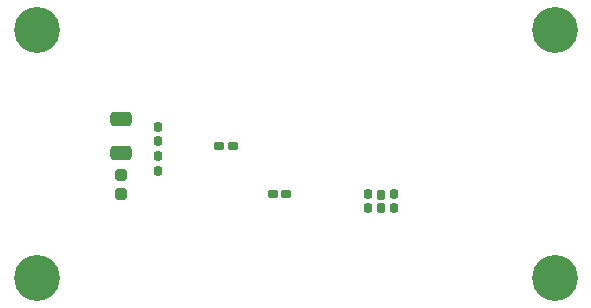
<source format=gbr>
%TF.GenerationSoftware,KiCad,Pcbnew,7.0.1*%
%TF.CreationDate,2024-01-20T12:23:47-08:00*%
%TF.ProjectId,CC1200 Dev Board,43433132-3030-4204-9465-7620426f6172,v1.0*%
%TF.SameCoordinates,PX450a6a0PY58363a0*%
%TF.FileFunction,Soldermask,Bot*%
%TF.FilePolarity,Negative*%
%FSLAX46Y46*%
G04 Gerber Fmt 4.6, Leading zero omitted, Abs format (unit mm)*
G04 Created by KiCad (PCBNEW 7.0.1) date 2024-01-20 12:23:47*
%MOMM*%
%LPD*%
G01*
G04 APERTURE LIST*
G04 Aperture macros list*
%AMRoundRect*
0 Rectangle with rounded corners*
0 $1 Rounding radius*
0 $2 $3 $4 $5 $6 $7 $8 $9 X,Y pos of 4 corners*
0 Add a 4 corners polygon primitive as box body*
4,1,4,$2,$3,$4,$5,$6,$7,$8,$9,$2,$3,0*
0 Add four circle primitives for the rounded corners*
1,1,$1+$1,$2,$3*
1,1,$1+$1,$4,$5*
1,1,$1+$1,$6,$7*
1,1,$1+$1,$8,$9*
0 Add four rect primitives between the rounded corners*
20,1,$1+$1,$2,$3,$4,$5,0*
20,1,$1+$1,$4,$5,$6,$7,0*
20,1,$1+$1,$6,$7,$8,$9,0*
20,1,$1+$1,$8,$9,$2,$3,0*%
G04 Aperture macros list end*
%ADD10C,3.885692*%
%ADD11RoundRect,0.197846X0.160000X-0.197500X0.160000X0.197500X-0.160000X0.197500X-0.160000X-0.197500X0*%
%ADD12RoundRect,0.192846X-0.212500X-0.155000X0.212500X-0.155000X0.212500X0.155000X-0.212500X0.155000X0*%
%ADD13RoundRect,0.287846X0.625000X-0.312500X0.625000X0.312500X-0.625000X0.312500X-0.625000X-0.312500X0*%
%ADD14RoundRect,0.192846X0.212500X0.155000X-0.212500X0.155000X-0.212500X-0.155000X0.212500X-0.155000X0*%
%ADD15RoundRect,0.192846X0.155000X-0.212500X0.155000X0.212500X-0.155000X0.212500X-0.155000X-0.212500X0*%
%ADD16RoundRect,0.197846X-0.160000X0.197500X-0.160000X-0.197500X0.160000X-0.197500X0.160000X0.197500X0*%
%ADD17RoundRect,0.262846X-0.250000X0.225000X-0.250000X-0.225000X0.250000X-0.225000X0.250000X0.225000X0*%
G04 APERTURE END LIST*
D10*
%TO.C,REF\u002A\u002A*%
X46870000Y23485000D03*
%TD*%
%TO.C,*%
X46870000Y2530000D03*
%TD*%
%TO.C,*%
X3055000Y23485000D03*
%TD*%
%TO.C,*%
X3055000Y2530000D03*
%TD*%
D11*
%TO.C,R10*%
X13300000Y14102500D03*
X13300000Y15297500D03*
%TD*%
D12*
%TO.C,C31*%
X18482500Y13700000D03*
X19617500Y13700000D03*
%TD*%
D13*
%TO.C,R16*%
X10170000Y13077500D03*
X10170000Y16002500D03*
%TD*%
D14*
%TO.C,C32*%
X24167500Y9600000D03*
X23032500Y9600000D03*
%TD*%
D15*
%TO.C,C29*%
X32200000Y8432500D03*
X32200000Y9567500D03*
%TD*%
D11*
%TO.C,R11*%
X13300000Y11602500D03*
X13300000Y12797500D03*
%TD*%
D16*
%TO.C,R7*%
X31100000Y9597500D03*
X31100000Y8402500D03*
%TD*%
D11*
%TO.C,R8*%
X33300000Y8405000D03*
X33300000Y9600000D03*
%TD*%
D17*
%TO.C,C35*%
X10170000Y11195000D03*
X10170000Y9645000D03*
%TD*%
M02*

</source>
